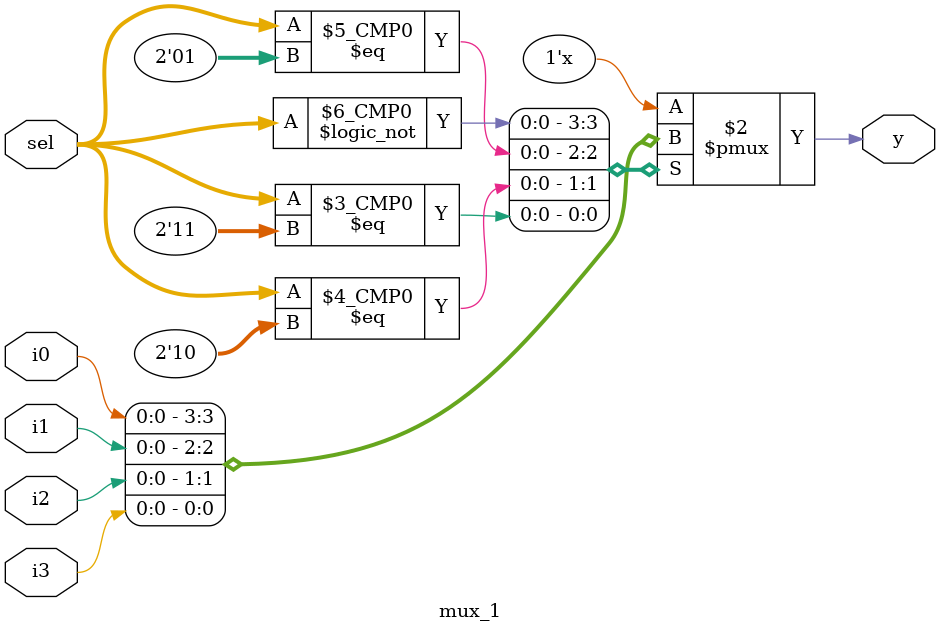
<source format=v>
module mux_1(
  input [1:0] sel,
  input  i0,i1,i2,i3,
  output reg y);    
  always @(*) begin
    case(sel)
      2'h0: y = i0;
      2'h1: y = i1;
      2'h2: y = i2;
      2'h3: y = i3;
      default: $display("Invalid sel input");
    endcase
  end 
endmodule

</source>
